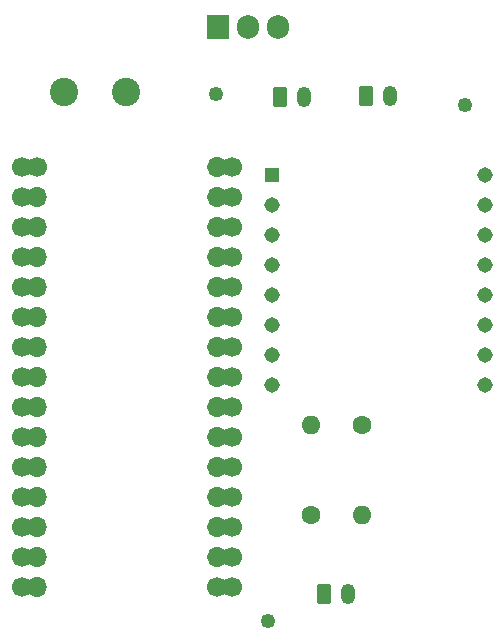
<source format=gbr>
%TF.GenerationSoftware,KiCad,Pcbnew,(6.0.6)*%
%TF.CreationDate,2023-03-26T16:02:17-07:00*%
%TF.ProjectId,SimplePCB-JST,53696d70-6c65-4504-9342-2d4a53542e6b,rev?*%
%TF.SameCoordinates,Original*%
%TF.FileFunction,Soldermask,Bot*%
%TF.FilePolarity,Negative*%
%FSLAX46Y46*%
G04 Gerber Fmt 4.6, Leading zero omitted, Abs format (unit mm)*
G04 Created by KiCad (PCBNEW (6.0.6)) date 2023-03-26 16:02:17*
%MOMM*%
%LPD*%
G01*
G04 APERTURE LIST*
G04 Aperture macros list*
%AMRoundRect*
0 Rectangle with rounded corners*
0 $1 Rounding radius*
0 $2 $3 $4 $5 $6 $7 $8 $9 X,Y pos of 4 corners*
0 Add a 4 corners polygon primitive as box body*
4,1,4,$2,$3,$4,$5,$6,$7,$8,$9,$2,$3,0*
0 Add four circle primitives for the rounded corners*
1,1,$1+$1,$2,$3*
1,1,$1+$1,$4,$5*
1,1,$1+$1,$6,$7*
1,1,$1+$1,$8,$9*
0 Add four rect primitives between the rounded corners*
20,1,$1+$1,$2,$3,$4,$5,0*
20,1,$1+$1,$4,$5,$6,$7,0*
20,1,$1+$1,$6,$7,$8,$9,0*
20,1,$1+$1,$8,$9,$2,$3,0*%
G04 Aperture macros list end*
%ADD10RoundRect,0.250000X-0.350000X-0.625000X0.350000X-0.625000X0.350000X0.625000X-0.350000X0.625000X0*%
%ADD11O,1.200000X1.750000*%
%ADD12C,1.600000*%
%ADD13O,1.600000X1.600000*%
%ADD14C,1.308000*%
%ADD15R,1.308000X1.308000*%
%ADD16R,1.905000X2.000000*%
%ADD17O,1.905000X2.000000*%
%ADD18C,1.250000*%
%ADD19C,2.400000*%
%ADD20C,1.700000*%
%ADD21O,1.700000X1.700000*%
G04 APERTURE END LIST*
D10*
%TO.C,J0+12v1*%
X80350000Y-35750000D03*
D11*
X82350000Y-35750000D03*
%TD*%
D12*
%TO.C,R10*%
X87325000Y-63465000D03*
D13*
X87325000Y-71085000D03*
%TD*%
D14*
%TO.C,U1*%
X79665500Y-49980000D03*
X79665500Y-52520000D03*
X97699500Y-49980000D03*
X97699500Y-52520000D03*
X79665500Y-55060000D03*
X79665500Y-47440000D03*
X97699500Y-47440000D03*
X97699500Y-55060000D03*
X79665500Y-44900000D03*
X97699500Y-44900000D03*
X79665500Y-57600000D03*
X97699500Y-57600000D03*
D15*
X79665500Y-42360000D03*
D14*
X97699500Y-42360000D03*
X79665500Y-60140000D03*
X97699500Y-60140000D03*
%TD*%
D16*
%TO.C,Q1*%
X75120000Y-29765000D03*
D17*
X77660000Y-29765000D03*
X80200000Y-29765000D03*
%TD*%
D18*
%TO.C,H1*%
X96000000Y-36370000D03*
%TD*%
D10*
%TO.C,J1*%
X87650000Y-35650000D03*
D11*
X89650000Y-35650000D03*
%TD*%
D18*
%TO.C,H4*%
X79320000Y-80120000D03*
%TD*%
D12*
%TO.C,R1*%
X82960000Y-71085000D03*
D13*
X82960000Y-63465000D03*
%TD*%
D19*
%TO.C,SW1*%
X62020000Y-35350000D03*
X67320000Y-35350000D03*
%TD*%
D20*
%TO.C,A1*%
X76290000Y-49265000D03*
X76290000Y-61965000D03*
D21*
X75020000Y-46725000D03*
D20*
X76290000Y-77205000D03*
D21*
X75020000Y-56885000D03*
X75020000Y-59425000D03*
D20*
X76290000Y-69585000D03*
X76290000Y-59425000D03*
X76290000Y-56885000D03*
X76290000Y-64505000D03*
X76290000Y-54345000D03*
D21*
X75020000Y-61965000D03*
X75020000Y-54345000D03*
X75020000Y-51805000D03*
D20*
X76290000Y-51805000D03*
D21*
X75020000Y-64505000D03*
X75020000Y-44185000D03*
X75020000Y-67045000D03*
X75020000Y-69585000D03*
X75020000Y-72125000D03*
X75020000Y-74665000D03*
D20*
X75020000Y-77205000D03*
D21*
X75020000Y-41645000D03*
X75020000Y-49265000D03*
D20*
X76290000Y-44185000D03*
X76290000Y-67045000D03*
X76290000Y-41645000D03*
X76290000Y-74665000D03*
X76290000Y-46725000D03*
X76290000Y-72125000D03*
X58510000Y-74665000D03*
X58510000Y-77205000D03*
X58510000Y-72125000D03*
X58510000Y-64505000D03*
X58510000Y-69585000D03*
X58510000Y-67045000D03*
X58510000Y-59425000D03*
X58510000Y-61965000D03*
X58510000Y-56885000D03*
X58510000Y-51805000D03*
X58510000Y-54345000D03*
X58510000Y-49265000D03*
X58510000Y-46725000D03*
X58510000Y-44185000D03*
X58510000Y-41645000D03*
X59780000Y-41645000D03*
D21*
X59780000Y-44185000D03*
X59780000Y-46725000D03*
X59780000Y-49265000D03*
X59780000Y-51805000D03*
X59780000Y-54345000D03*
X59780000Y-56885000D03*
X59780000Y-59425000D03*
X59780000Y-61965000D03*
X59780000Y-64505000D03*
X59780000Y-67045000D03*
X59780000Y-69585000D03*
X59780000Y-72125000D03*
X59780000Y-74665000D03*
X59780000Y-77205000D03*
%TD*%
D18*
%TO.C,H2*%
X74920000Y-35480000D03*
%TD*%
D10*
%TO.C,J6*%
X84070000Y-77850000D03*
D11*
X86070000Y-77850000D03*
%TD*%
M02*

</source>
